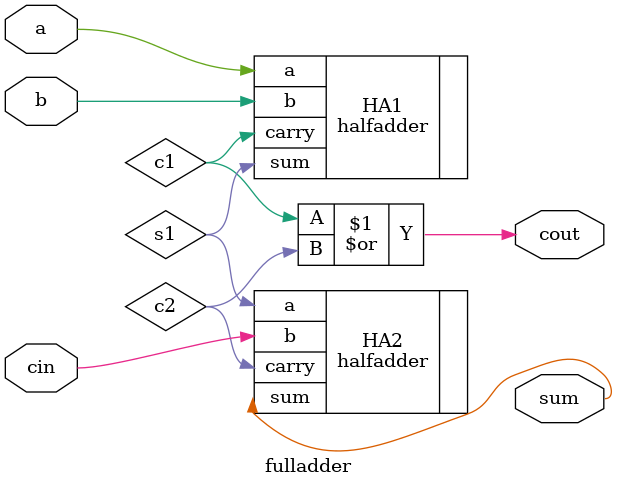
<source format=v>
`include "halfadder.v"
module fulladder(a, b, cin, sum, cout);
    input a, b, cin;
    output sum, cout;
    wire s1, c1, c2;

    halfadder HA1(.a(a), .b(b), .sum(s1), .carry(c1));
    halfadder HA2(.a(s1), .b(cin), .sum(sum), .carry(c2));

    assign cout = c1 | c2;
endmodule


</source>
